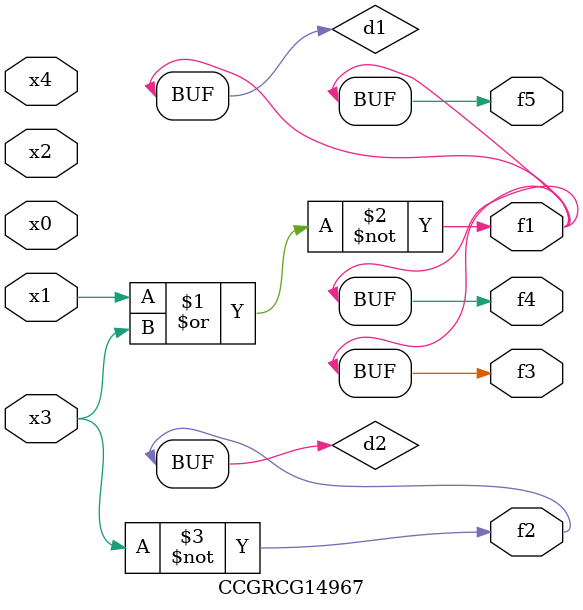
<source format=v>
module CCGRCG14967(
	input x0, x1, x2, x3, x4,
	output f1, f2, f3, f4, f5
);

	wire d1, d2;

	nor (d1, x1, x3);
	not (d2, x3);
	assign f1 = d1;
	assign f2 = d2;
	assign f3 = d1;
	assign f4 = d1;
	assign f5 = d1;
endmodule

</source>
